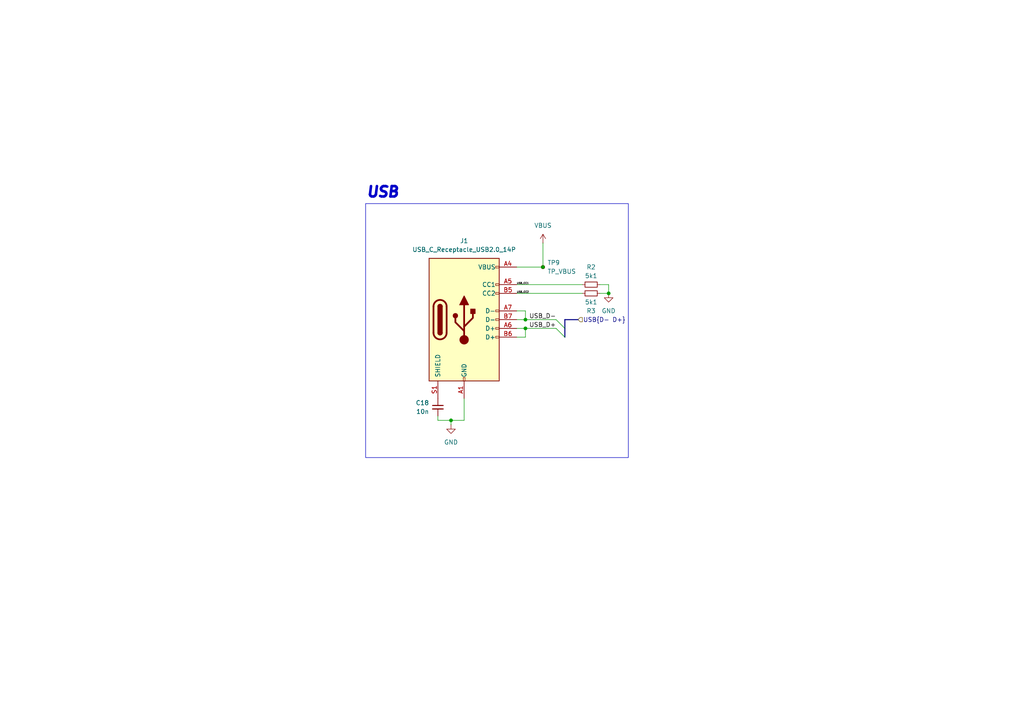
<source format=kicad_sch>
(kicad_sch (version 20231120) (generator "eeschema") (generator_version "8.0")
  (paper "A4")
  (lib_symbols
    (symbol "Connector:TestPoint_Small" (pin_numbers hide) (pin_names (offset 0.762) hide)
      (property "Reference" "TP" (at 0 3.81 0))
      (property "Value" "TestPoint_Small" (at 0 2.032 0))
      (symbol "TestPoint_Small_0_1"
        (circle (center 0 0) (radius 0.508))
      )
      (symbol "TestPoint_Small_1_1"
        (pin passive line (at 0 0 90) (length 0) (name "1") (number "1"))
      )
    )
    (symbol "Connector:USB_C_Receptacle_USB2.0_14P" (pin_names (offset 1.016))
      (property "Reference" "J" (at 0 22.225 0))
      (property "Value" "USB_C_Receptacle_USB2.0_14P" (at 0 19.685 0))
      (symbol "USB_C_Receptacle_USB2.0_14P_0_0"
        (rectangle (start -0.254 -17.78) (end 0.254 -16.764))
        (rectangle (start 10.16 -4.826) (end 9.144 -5.334))
        (rectangle (start 10.16 -2.286) (end 9.144 -2.794))
        (rectangle (start 10.16 0.254) (end 9.144 -0.254))
        (rectangle (start 10.16 2.794) (end 9.144 2.286))
        (rectangle (start 10.16 7.874) (end 9.144 7.366))
        (rectangle (start 10.16 10.414) (end 9.144 9.906))
        (rectangle (start 10.16 15.494) (end 9.144 14.986))
      )
      (symbol "USB_C_Receptacle_USB2.0_14P_0_1"
        (rectangle (start -10.16 17.78) (end 10.16 -17.78) (stroke (width 0.254)) (fill (type background)))
        (arc (start -8.89 -3.81) (mid -6.985 -5.7067) (end -5.08 -3.81) (stroke (width 0.508)))
        (arc (start -7.62 -3.81) (mid -6.985 -4.4423) (end -6.35 -3.81) (stroke (width 0.254)))
        (arc (start -7.62 -3.81) (mid -6.985 -4.4423) (end -6.35 -3.81) (stroke (width 0.254)) (fill (type outline)))
        (rectangle (start -7.62 -3.81) (end -6.35 3.81) (stroke (width 0.254)) (fill (type outline)))
        (arc (start -6.35 3.81) (mid -6.985 4.4423) (end -7.62 3.81) (stroke (width 0.254)))
        (arc (start -6.35 3.81) (mid -6.985 4.4423) (end -7.62 3.81) (stroke (width 0.254)) (fill (type outline)))
        (arc (start -5.08 3.81) (mid -6.985 5.7067) (end -8.89 3.81) (stroke (width 0.508)))
        (circle (center -2.54 1.143) (radius 0.635) (stroke (width 0.254)) (fill (type outline)))
        (circle (center 0 -5.842) (radius 1.27) (fill (type outline)))
        (polyline (pts (xy -8.89 -3.81) (xy -8.89 3.81)) (stroke (width 0.508)))
        (polyline (pts (xy -5.08 3.81) (xy -5.08 -3.81)) (stroke (width 0.508)))
        (polyline (pts (xy 0 -5.842) (xy 0 4.318)) (stroke (width 0.508)))
        (polyline (pts (xy 0 -3.302) (xy -2.54 -0.762) (xy -2.54 0.508)) (stroke (width 0.508)))
        (polyline (pts (xy 0 -2.032) (xy 2.54 0.508) (xy 2.54 1.778)) (stroke (width 0.508)))
        (polyline (pts (xy -1.27 4.318) (xy 0 6.858) (xy 1.27 4.318) (xy -1.27 4.318)) (stroke (width 0.254)) (fill (type outline)))
        (rectangle (start 1.905 1.778) (end 3.175 3.048) (stroke (width 0.254)) (fill (type outline)))
      )
      (symbol "USB_C_Receptacle_USB2.0_14P_1_1"
        (pin passive line (at 0 -22.86 90) (length 5.08) (name "GND") (number "A1"))
        (pin passive line (at 0 -22.86 90) (length 5.08) hide (name "GND") (number "A12"))
        (pin passive line (at 15.24 15.24 180) (length 5.08) (name "VBUS") (number "A4"))
        (pin bidirectional line (at 15.24 10.16 180) (length 5.08) (name "CC1") (number "A5"))
        (pin bidirectional line (at 15.24 -2.54 180) (length 5.08) (name "D+") (number "A6"))
        (pin bidirectional line (at 15.24 2.54 180) (length 5.08) (name "D-") (number "A7"))
        (pin passive line (at 15.24 15.24 180) (length 5.08) hide (name "VBUS") (number "A9"))
        (pin passive line (at 0 -22.86 90) (length 5.08) hide (name "GND") (number "B1"))
        (pin passive line (at 0 -22.86 90) (length 5.08) hide (name "GND") (number "B12"))
        (pin passive line (at 15.24 15.24 180) (length 5.08) hide (name "VBUS") (number "B4"))
        (pin bidirectional line (at 15.24 7.62 180) (length 5.08) (name "CC2") (number "B5"))
        (pin bidirectional line (at 15.24 -5.08 180) (length 5.08) (name "D+") (number "B6"))
        (pin bidirectional line (at 15.24 0 180) (length 5.08) (name "D-") (number "B7"))
        (pin passive line (at 15.24 15.24 180) (length 5.08) hide (name "VBUS") (number "B9"))
        (pin passive line (at -7.62 -22.86 90) (length 5.08) (name "SHIELD") (number "S1"))
      )
    )
    (symbol "Device:C_Small" (pin_numbers hide) (pin_names (offset 0.254) hide)
      (property "Reference" "C" (at 0.254 1.778 0))
      (property "Value" "C_Small" (at 0.254 -2.032 0))
      (symbol "C_Small_0_1"
        (polyline (pts (xy -1.524 -0.508) (xy 1.524 -0.508)) (stroke (width 0.3302)))
        (polyline (pts (xy -1.524 0.508) (xy 1.524 0.508)) (stroke (width 0.3048)))
      )
      (symbol "C_Small_1_1"
        (pin passive line (at 0 2.54 270) (length 2.032) (name "~") (number "1"))
        (pin passive line (at 0 -2.54 90) (length 2.032) (name "~") (number "2"))
      )
    )
    (symbol "Device:R_Small" (pin_numbers hide) (pin_names (offset 0.254) hide)
      (property "Reference" "R" (at 0.762 0.508 0))
      (property "Value" "R_Small" (at 0.762 -1.016 0))
      (symbol "R_Small_0_1"
        (rectangle (start -0.762 1.778) (end 0.762 -1.778) (stroke (width 0.2032)))
      )
      (symbol "R_Small_1_1"
        (pin passive line (at 0 2.54 270) (length 0.762) (name "~") (number "1"))
        (pin passive line (at 0 -2.54 90) (length 0.762) (name "~") (number "2"))
      )
    )
    (symbol "GND_2" (power) (pin_numbers hide) (pin_names (offset 0) hide)
      (property "Value" "GND" (at 0 -3.81 0))
      (symbol "GND_2_0_1"
        (polyline (pts (xy 0 0) (xy 0 -1.27) (xy 1.27 -1.27) (xy 0 -2.54) (xy -1.27 -1.27) (xy 0 -1.27)))
      )
      (symbol "GND_2_1_1"
        (pin power_in line (at 0 0 270) (length 0) (name "~") (number "1"))
      )
    )
    (symbol "GND_3" (power) (pin_numbers hide) (pin_names (offset 0) hide)
      (property "Value" "GND" (at 0 -3.81 0))
      (symbol "GND_3_0_1"
        (polyline (pts (xy 0 0) (xy 0 -1.27) (xy 1.27 -1.27) (xy 0 -2.54) (xy -1.27 -1.27) (xy 0 -1.27)))
      )
      (symbol "GND_3_1_1"
        (pin power_in line (at 0 0 270) (length 0) (name "~") (number "1"))
      )
    )
    (symbol "power:VBUS" (power) (pin_numbers hide) (pin_names (offset 0) hide)
      (property "Value" "VBUS" (at 0 3.556 0))
      (symbol "VBUS_0_1"
        (polyline (pts (xy -0.762 1.27) (xy 0 2.54)))
        (polyline (pts (xy 0 0) (xy 0 2.54)))
        (polyline (pts (xy 0 2.54) (xy 0.762 1.27)))
      )
      (symbol "VBUS_1_1"
        (pin power_in line (at 0 0 90) (length 0) (name "~") (number "1"))
      )
    )
  )
  (junction (at 176.53 85.09))
  (junction (at 130.81 121.92))
  (junction (at 152.4 95.25))
  (junction (at 152.4 92.71))
  (junction (at 157.48 77.47))
  (bus_entry (at 161.29 95.25) (size 2.54 2.54))
  (bus_entry (at 161.29 92.71) (size 2.54 2.54))
  (wire (pts (xy 173.99 82.55) (xy 176.53 82.55)))
  (wire (pts (xy 149.86 97.79) (xy 152.4 97.79)))
  (wire (pts (xy 152.4 95.25) (xy 161.29 95.25)))
  (wire (pts (xy 173.99 85.09) (xy 176.53 85.09)))
  (wire (pts (xy 134.62 115.57) (xy 134.62 121.92)))
  (wire (pts (xy 157.48 77.47) (xy 149.86 77.47)))
  (wire (pts (xy 152.4 92.71) (xy 161.29 92.71)))
  (wire (pts (xy 152.4 95.25) (xy 149.86 95.25)))
  (wire (pts (xy 157.48 70.485) (xy 157.48 77.47)))
  (wire (pts (xy 168.91 85.09) (xy 149.86 85.09)))
  (wire (pts (xy 134.62 121.92) (xy 130.81 121.92)))
  (wire (pts (xy 127 120.65) (xy 127 121.92)))
  (bus (pts (xy 163.83 95.25) (xy 163.83 92.71)))
  (wire (pts (xy 127 121.92) (xy 130.81 121.92)))
  (wire (pts (xy 152.4 92.71) (xy 152.4 90.17)))
  (bus (pts (xy 163.83 97.79) (xy 163.83 95.25)))
  (wire (pts (xy 176.53 82.55) (xy 176.53 85.09)))
  (wire (pts (xy 130.81 123.19) (xy 130.81 121.92)))
  (bus (pts (xy 163.83 92.71) (xy 167.64 92.71)))
  (wire (pts (xy 152.4 90.17) (xy 149.86 90.17)))
  (wire (pts (xy 149.86 92.71) (xy 152.4 92.71)))
  (wire (pts (xy 149.86 82.55) (xy 168.91 82.55)))
  (wire (pts (xy 152.4 97.79) (xy 152.4 95.25)))
  (rectangle (start 106.045 59.055) (end 182.245 132.715))
  (text "USB" (at 106.045 55.88 0) (effects (font (size 3 3) (thickness 2) (bold yes) (italic yes)) (justify left)))
  (label "USB_D-" (at 161.29 92.71 180))
  (label "USB_CC1" (at 149.86 82.55 0) (effects (font (size 0.508 0.508))))
  (label "USB_D+" (at 161.29 95.25 180))
  (label "USB_CC2" (at 149.86 85.09 0) (effects (font (size 0.508 0.508))))
  (hierarchical_label "USB{D- D+}" (shape input) (at 167.64 92.71 0))
  (symbol (lib_name "GND_3") (lib_id "power:GND") (at 176.53 85.09 0) (mirror y) (unit 1)
    (property "Reference" "#PWR06" (effects (hide yes)))
    (property "Value" "GND" (at 176.53 90.17 0))
    (property "Description" "Power symbol creates a global label with name \"GND\" , ground" (effects (hide yes)))
  )
  (symbol (lib_id "Device:R_Small") (at 171.45 82.55 90) (unit 1)
    (property "Reference" "R2" (at 171.45 77.47 90))
    (property "Value" "5k1" (at 171.45 80.01 90))
    (property "Description" "Resistor, small symbol" (effects (hide yes)))
  )
  (symbol (lib_id "Device:C_Small") (at 127 118.11 0) (unit 1)
    (property "Reference" "C18" (at 124.46 116.8462 0) (effects (justify right)))
    (property "Value" "10n" (at 124.46 119.3862 0) (effects (justify right)))
    (property "Footprint" "Capacitor_SMD:C_0603_1608Metric_Pad1.08x0.95mm_HandSolder" (effects (hide yes)))
    (property "Description" "Unpolarized capacitor, small symbol" (effects (hide yes)))
  )
  (symbol (lib_id "Connector:TestPoint_Small") (at 157.48 77.47 180) (unit 1)
    (property "Reference" "TP9" (at 158.75 76.1999 0) (effects (justify right)))
    (property "Value" "TP_VBUS" (at 158.75 78.7399 0) (effects (justify right)))
    (property "Description" "test point" (effects (hide yes)))
  )
  (symbol (lib_id "Device:R_Small") (at 171.45 85.09 270) (unit 1)
    (property "Reference" "R3" (at 171.45 90.17 90))
    (property "Value" "5k1" (at 171.45 87.63 90))
    (property "Description" "Resistor, small symbol" (effects (hide yes)))
  )
  (symbol (lib_name "GND_2") (lib_id "power:GND") (at 130.81 123.19 0) (mirror y) (unit 1)
    (property "Reference" "#PWR04" (effects (hide yes)))
    (property "Value" "GND" (at 130.81 128.27 0))
    (property "Description" "Power symbol creates a global label with name \"GND\" , ground" (effects (hide yes)))
  )
  (symbol (lib_id "Connector:USB_C_Receptacle_USB2.0_14P") (at 134.62 92.71 0) (unit 1)
    (property "Reference" "J1" (at 134.62 69.85 0))
    (property "Value" "USB_C_Receptacle_USB2.0_14P" (at 134.62 72.39 0))
    (property "Datasheet" "https://www.usb.org/sites/default/files/documents/usb_type-c.zip" (effects (hide yes)))
    (property "Description" "USB 2.0-only 14P Type-C Receptacle connector" (effects (hide yes)))
  )
  (symbol (lib_id "power:VBUS") (at 157.48 70.485 0) (mirror y) (unit 1)
    (property "Reference" "#PWR05" (effects (hide yes)))
    (property "Value" "VBUS" (at 157.48 65.405 0))
    (property "Description" "Power symbol creates a global label with name \"VBUS\"" (effects (hide yes)))
  )
)
</source>
